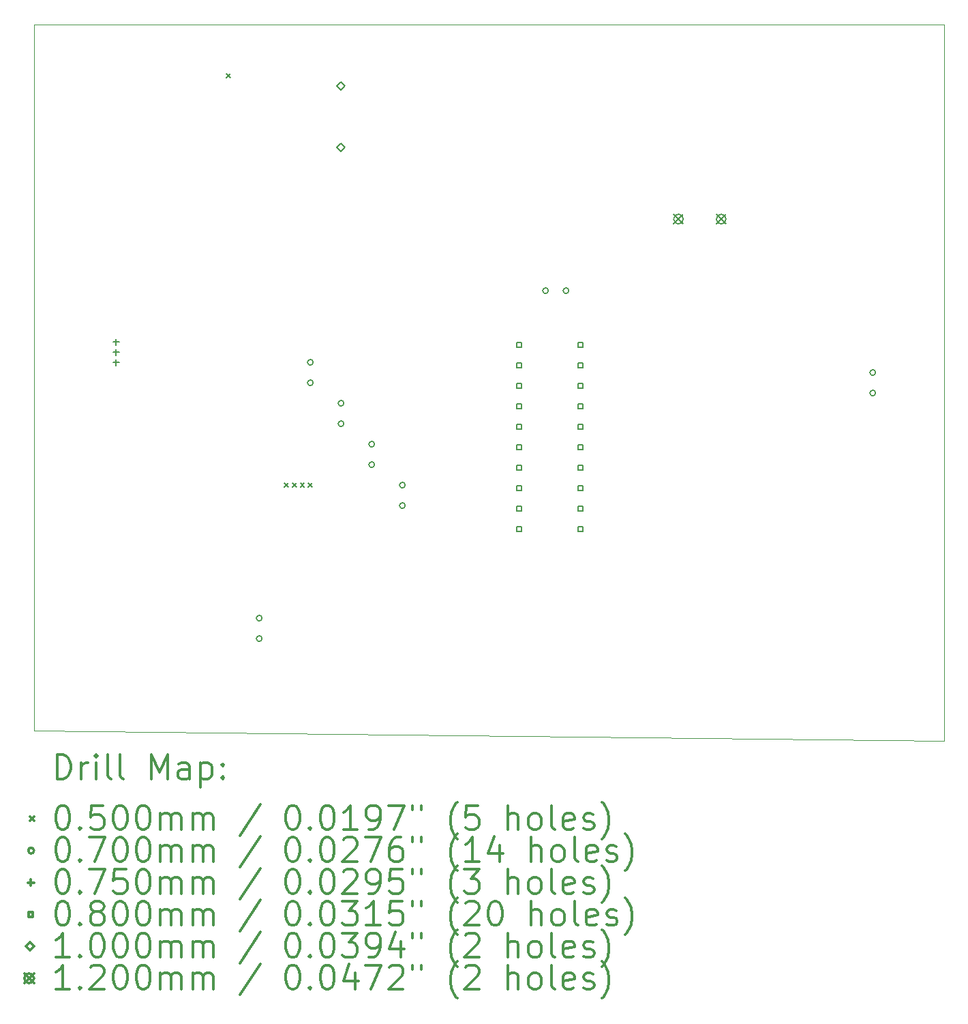
<source format=gbr>
%FSLAX45Y45*%
G04 Gerber Fmt 4.5, Leading zero omitted, Abs format (unit mm)*
G04 Created by KiCad (PCBNEW (5.1.12)-1) date 2022-11-24 20:44:00*
%MOMM*%
%LPD*%
G01*
G04 APERTURE LIST*
%TA.AperFunction,Profile*%
%ADD10C,0.100000*%
%TD*%
%ADD11C,0.200000*%
%ADD12C,0.300000*%
G04 APERTURE END LIST*
D10*
X17780000Y-2540000D02*
X17780000Y-11430000D01*
X6477000Y-2540000D02*
X17780000Y-2540000D01*
X6477000Y-11303000D02*
X6477000Y-2540000D01*
X17780000Y-11430000D02*
X6477000Y-11303000D01*
D11*
X8865000Y-3150000D02*
X8915000Y-3200000D01*
X8915000Y-3150000D02*
X8865000Y-3200000D01*
X9581000Y-8230000D02*
X9631000Y-8280000D01*
X9631000Y-8230000D02*
X9581000Y-8280000D01*
X9681000Y-8230000D02*
X9731000Y-8280000D01*
X9731000Y-8230000D02*
X9681000Y-8280000D01*
X9781000Y-8230000D02*
X9831000Y-8280000D01*
X9831000Y-8230000D02*
X9781000Y-8280000D01*
X9881000Y-8230000D02*
X9931000Y-8280000D01*
X9931000Y-8230000D02*
X9881000Y-8280000D01*
X9306000Y-9906000D02*
G75*
G03*
X9306000Y-9906000I-35000J0D01*
G01*
X9306000Y-10160000D02*
G75*
G03*
X9306000Y-10160000I-35000J0D01*
G01*
X9941000Y-6731000D02*
G75*
G03*
X9941000Y-6731000I-35000J0D01*
G01*
X9941000Y-6985000D02*
G75*
G03*
X9941000Y-6985000I-35000J0D01*
G01*
X10322000Y-7239000D02*
G75*
G03*
X10322000Y-7239000I-35000J0D01*
G01*
X10322000Y-7493000D02*
G75*
G03*
X10322000Y-7493000I-35000J0D01*
G01*
X10703000Y-7747000D02*
G75*
G03*
X10703000Y-7747000I-35000J0D01*
G01*
X10703000Y-8001000D02*
G75*
G03*
X10703000Y-8001000I-35000J0D01*
G01*
X11084000Y-8255000D02*
G75*
G03*
X11084000Y-8255000I-35000J0D01*
G01*
X11084000Y-8509000D02*
G75*
G03*
X11084000Y-8509000I-35000J0D01*
G01*
X12862000Y-5842000D02*
G75*
G03*
X12862000Y-5842000I-35000J0D01*
G01*
X13116000Y-5842000D02*
G75*
G03*
X13116000Y-5842000I-35000J0D01*
G01*
X16926000Y-6858000D02*
G75*
G03*
X16926000Y-6858000I-35000J0D01*
G01*
X16926000Y-7112000D02*
G75*
G03*
X16926000Y-7112000I-35000J0D01*
G01*
X7493000Y-6439500D02*
X7493000Y-6514500D01*
X7455500Y-6477000D02*
X7530500Y-6477000D01*
X7493000Y-6566500D02*
X7493000Y-6641500D01*
X7455500Y-6604000D02*
X7530500Y-6604000D01*
X7493000Y-6693500D02*
X7493000Y-6768500D01*
X7455500Y-6731000D02*
X7530500Y-6731000D01*
X12524284Y-6543284D02*
X12524284Y-6486715D01*
X12467715Y-6486715D01*
X12467715Y-6543284D01*
X12524284Y-6543284D01*
X12524284Y-6797284D02*
X12524284Y-6740715D01*
X12467715Y-6740715D01*
X12467715Y-6797284D01*
X12524284Y-6797284D01*
X12524284Y-7051284D02*
X12524284Y-6994715D01*
X12467715Y-6994715D01*
X12467715Y-7051284D01*
X12524284Y-7051284D01*
X12524284Y-7305284D02*
X12524284Y-7248715D01*
X12467715Y-7248715D01*
X12467715Y-7305284D01*
X12524284Y-7305284D01*
X12524284Y-7559284D02*
X12524284Y-7502715D01*
X12467715Y-7502715D01*
X12467715Y-7559284D01*
X12524284Y-7559284D01*
X12524284Y-7813284D02*
X12524284Y-7756715D01*
X12467715Y-7756715D01*
X12467715Y-7813284D01*
X12524284Y-7813284D01*
X12524284Y-8067284D02*
X12524284Y-8010715D01*
X12467715Y-8010715D01*
X12467715Y-8067284D01*
X12524284Y-8067284D01*
X12524284Y-8321284D02*
X12524284Y-8264715D01*
X12467715Y-8264715D01*
X12467715Y-8321284D01*
X12524284Y-8321284D01*
X12524284Y-8575285D02*
X12524284Y-8518716D01*
X12467715Y-8518716D01*
X12467715Y-8575285D01*
X12524284Y-8575285D01*
X12524284Y-8829285D02*
X12524284Y-8772716D01*
X12467715Y-8772716D01*
X12467715Y-8829285D01*
X12524284Y-8829285D01*
X13286284Y-6543284D02*
X13286284Y-6486715D01*
X13229715Y-6486715D01*
X13229715Y-6543284D01*
X13286284Y-6543284D01*
X13286284Y-6797284D02*
X13286284Y-6740715D01*
X13229715Y-6740715D01*
X13229715Y-6797284D01*
X13286284Y-6797284D01*
X13286284Y-7051284D02*
X13286284Y-6994715D01*
X13229715Y-6994715D01*
X13229715Y-7051284D01*
X13286284Y-7051284D01*
X13286284Y-7305284D02*
X13286284Y-7248715D01*
X13229715Y-7248715D01*
X13229715Y-7305284D01*
X13286284Y-7305284D01*
X13286284Y-7559284D02*
X13286284Y-7502715D01*
X13229715Y-7502715D01*
X13229715Y-7559284D01*
X13286284Y-7559284D01*
X13286284Y-7813284D02*
X13286284Y-7756715D01*
X13229715Y-7756715D01*
X13229715Y-7813284D01*
X13286284Y-7813284D01*
X13286284Y-8067284D02*
X13286284Y-8010715D01*
X13229715Y-8010715D01*
X13229715Y-8067284D01*
X13286284Y-8067284D01*
X13286284Y-8321284D02*
X13286284Y-8264715D01*
X13229715Y-8264715D01*
X13229715Y-8321284D01*
X13286284Y-8321284D01*
X13286284Y-8575285D02*
X13286284Y-8518716D01*
X13229715Y-8518716D01*
X13229715Y-8575285D01*
X13286284Y-8575285D01*
X13286284Y-8829285D02*
X13286284Y-8772716D01*
X13229715Y-8772716D01*
X13229715Y-8829285D01*
X13286284Y-8829285D01*
X10287000Y-3352000D02*
X10337000Y-3302000D01*
X10287000Y-3252000D01*
X10237000Y-3302000D01*
X10287000Y-3352000D01*
X10287000Y-4112000D02*
X10337000Y-4062000D01*
X10287000Y-4012000D01*
X10237000Y-4062000D01*
X10287000Y-4112000D01*
X14418000Y-4893000D02*
X14538000Y-5013000D01*
X14538000Y-4893000D02*
X14418000Y-5013000D01*
X14538000Y-4953000D02*
G75*
G03*
X14538000Y-4953000I-60000J0D01*
G01*
X14948000Y-4893000D02*
X15068000Y-5013000D01*
X15068000Y-4893000D02*
X14948000Y-5013000D01*
X15068000Y-4953000D02*
G75*
G03*
X15068000Y-4953000I-60000J0D01*
G01*
D12*
X6758428Y-11900714D02*
X6758428Y-11600714D01*
X6829857Y-11600714D01*
X6872714Y-11615000D01*
X6901286Y-11643571D01*
X6915571Y-11672143D01*
X6929857Y-11729286D01*
X6929857Y-11772143D01*
X6915571Y-11829286D01*
X6901286Y-11857857D01*
X6872714Y-11886429D01*
X6829857Y-11900714D01*
X6758428Y-11900714D01*
X7058428Y-11900714D02*
X7058428Y-11700714D01*
X7058428Y-11757857D02*
X7072714Y-11729286D01*
X7087000Y-11715000D01*
X7115571Y-11700714D01*
X7144143Y-11700714D01*
X7244143Y-11900714D02*
X7244143Y-11700714D01*
X7244143Y-11600714D02*
X7229857Y-11615000D01*
X7244143Y-11629286D01*
X7258428Y-11615000D01*
X7244143Y-11600714D01*
X7244143Y-11629286D01*
X7429857Y-11900714D02*
X7401286Y-11886429D01*
X7387000Y-11857857D01*
X7387000Y-11600714D01*
X7587000Y-11900714D02*
X7558428Y-11886429D01*
X7544143Y-11857857D01*
X7544143Y-11600714D01*
X7929857Y-11900714D02*
X7929857Y-11600714D01*
X8029857Y-11815000D01*
X8129857Y-11600714D01*
X8129857Y-11900714D01*
X8401286Y-11900714D02*
X8401286Y-11743571D01*
X8387000Y-11715000D01*
X8358428Y-11700714D01*
X8301286Y-11700714D01*
X8272714Y-11715000D01*
X8401286Y-11886429D02*
X8372714Y-11900714D01*
X8301286Y-11900714D01*
X8272714Y-11886429D01*
X8258428Y-11857857D01*
X8258428Y-11829286D01*
X8272714Y-11800714D01*
X8301286Y-11786429D01*
X8372714Y-11786429D01*
X8401286Y-11772143D01*
X8544143Y-11700714D02*
X8544143Y-12000714D01*
X8544143Y-11715000D02*
X8572714Y-11700714D01*
X8629857Y-11700714D01*
X8658428Y-11715000D01*
X8672714Y-11729286D01*
X8687000Y-11757857D01*
X8687000Y-11843571D01*
X8672714Y-11872143D01*
X8658428Y-11886429D01*
X8629857Y-11900714D01*
X8572714Y-11900714D01*
X8544143Y-11886429D01*
X8815571Y-11872143D02*
X8829857Y-11886429D01*
X8815571Y-11900714D01*
X8801286Y-11886429D01*
X8815571Y-11872143D01*
X8815571Y-11900714D01*
X8815571Y-11715000D02*
X8829857Y-11729286D01*
X8815571Y-11743571D01*
X8801286Y-11729286D01*
X8815571Y-11715000D01*
X8815571Y-11743571D01*
X6422000Y-12370000D02*
X6472000Y-12420000D01*
X6472000Y-12370000D02*
X6422000Y-12420000D01*
X6815571Y-12230714D02*
X6844143Y-12230714D01*
X6872714Y-12245000D01*
X6887000Y-12259286D01*
X6901286Y-12287857D01*
X6915571Y-12345000D01*
X6915571Y-12416429D01*
X6901286Y-12473571D01*
X6887000Y-12502143D01*
X6872714Y-12516429D01*
X6844143Y-12530714D01*
X6815571Y-12530714D01*
X6787000Y-12516429D01*
X6772714Y-12502143D01*
X6758428Y-12473571D01*
X6744143Y-12416429D01*
X6744143Y-12345000D01*
X6758428Y-12287857D01*
X6772714Y-12259286D01*
X6787000Y-12245000D01*
X6815571Y-12230714D01*
X7044143Y-12502143D02*
X7058428Y-12516429D01*
X7044143Y-12530714D01*
X7029857Y-12516429D01*
X7044143Y-12502143D01*
X7044143Y-12530714D01*
X7329857Y-12230714D02*
X7187000Y-12230714D01*
X7172714Y-12373571D01*
X7187000Y-12359286D01*
X7215571Y-12345000D01*
X7287000Y-12345000D01*
X7315571Y-12359286D01*
X7329857Y-12373571D01*
X7344143Y-12402143D01*
X7344143Y-12473571D01*
X7329857Y-12502143D01*
X7315571Y-12516429D01*
X7287000Y-12530714D01*
X7215571Y-12530714D01*
X7187000Y-12516429D01*
X7172714Y-12502143D01*
X7529857Y-12230714D02*
X7558428Y-12230714D01*
X7587000Y-12245000D01*
X7601286Y-12259286D01*
X7615571Y-12287857D01*
X7629857Y-12345000D01*
X7629857Y-12416429D01*
X7615571Y-12473571D01*
X7601286Y-12502143D01*
X7587000Y-12516429D01*
X7558428Y-12530714D01*
X7529857Y-12530714D01*
X7501286Y-12516429D01*
X7487000Y-12502143D01*
X7472714Y-12473571D01*
X7458428Y-12416429D01*
X7458428Y-12345000D01*
X7472714Y-12287857D01*
X7487000Y-12259286D01*
X7501286Y-12245000D01*
X7529857Y-12230714D01*
X7815571Y-12230714D02*
X7844143Y-12230714D01*
X7872714Y-12245000D01*
X7887000Y-12259286D01*
X7901286Y-12287857D01*
X7915571Y-12345000D01*
X7915571Y-12416429D01*
X7901286Y-12473571D01*
X7887000Y-12502143D01*
X7872714Y-12516429D01*
X7844143Y-12530714D01*
X7815571Y-12530714D01*
X7787000Y-12516429D01*
X7772714Y-12502143D01*
X7758428Y-12473571D01*
X7744143Y-12416429D01*
X7744143Y-12345000D01*
X7758428Y-12287857D01*
X7772714Y-12259286D01*
X7787000Y-12245000D01*
X7815571Y-12230714D01*
X8044143Y-12530714D02*
X8044143Y-12330714D01*
X8044143Y-12359286D02*
X8058428Y-12345000D01*
X8087000Y-12330714D01*
X8129857Y-12330714D01*
X8158428Y-12345000D01*
X8172714Y-12373571D01*
X8172714Y-12530714D01*
X8172714Y-12373571D02*
X8187000Y-12345000D01*
X8215571Y-12330714D01*
X8258428Y-12330714D01*
X8287000Y-12345000D01*
X8301286Y-12373571D01*
X8301286Y-12530714D01*
X8444143Y-12530714D02*
X8444143Y-12330714D01*
X8444143Y-12359286D02*
X8458428Y-12345000D01*
X8487000Y-12330714D01*
X8529857Y-12330714D01*
X8558428Y-12345000D01*
X8572714Y-12373571D01*
X8572714Y-12530714D01*
X8572714Y-12373571D02*
X8587000Y-12345000D01*
X8615571Y-12330714D01*
X8658428Y-12330714D01*
X8687000Y-12345000D01*
X8701286Y-12373571D01*
X8701286Y-12530714D01*
X9287000Y-12216429D02*
X9029857Y-12602143D01*
X9672714Y-12230714D02*
X9701286Y-12230714D01*
X9729857Y-12245000D01*
X9744143Y-12259286D01*
X9758428Y-12287857D01*
X9772714Y-12345000D01*
X9772714Y-12416429D01*
X9758428Y-12473571D01*
X9744143Y-12502143D01*
X9729857Y-12516429D01*
X9701286Y-12530714D01*
X9672714Y-12530714D01*
X9644143Y-12516429D01*
X9629857Y-12502143D01*
X9615571Y-12473571D01*
X9601286Y-12416429D01*
X9601286Y-12345000D01*
X9615571Y-12287857D01*
X9629857Y-12259286D01*
X9644143Y-12245000D01*
X9672714Y-12230714D01*
X9901286Y-12502143D02*
X9915571Y-12516429D01*
X9901286Y-12530714D01*
X9887000Y-12516429D01*
X9901286Y-12502143D01*
X9901286Y-12530714D01*
X10101286Y-12230714D02*
X10129857Y-12230714D01*
X10158428Y-12245000D01*
X10172714Y-12259286D01*
X10187000Y-12287857D01*
X10201286Y-12345000D01*
X10201286Y-12416429D01*
X10187000Y-12473571D01*
X10172714Y-12502143D01*
X10158428Y-12516429D01*
X10129857Y-12530714D01*
X10101286Y-12530714D01*
X10072714Y-12516429D01*
X10058428Y-12502143D01*
X10044143Y-12473571D01*
X10029857Y-12416429D01*
X10029857Y-12345000D01*
X10044143Y-12287857D01*
X10058428Y-12259286D01*
X10072714Y-12245000D01*
X10101286Y-12230714D01*
X10487000Y-12530714D02*
X10315571Y-12530714D01*
X10401286Y-12530714D02*
X10401286Y-12230714D01*
X10372714Y-12273571D01*
X10344143Y-12302143D01*
X10315571Y-12316429D01*
X10629857Y-12530714D02*
X10687000Y-12530714D01*
X10715571Y-12516429D01*
X10729857Y-12502143D01*
X10758428Y-12459286D01*
X10772714Y-12402143D01*
X10772714Y-12287857D01*
X10758428Y-12259286D01*
X10744143Y-12245000D01*
X10715571Y-12230714D01*
X10658428Y-12230714D01*
X10629857Y-12245000D01*
X10615571Y-12259286D01*
X10601286Y-12287857D01*
X10601286Y-12359286D01*
X10615571Y-12387857D01*
X10629857Y-12402143D01*
X10658428Y-12416429D01*
X10715571Y-12416429D01*
X10744143Y-12402143D01*
X10758428Y-12387857D01*
X10772714Y-12359286D01*
X10872714Y-12230714D02*
X11072714Y-12230714D01*
X10944143Y-12530714D01*
X11172714Y-12230714D02*
X11172714Y-12287857D01*
X11287000Y-12230714D02*
X11287000Y-12287857D01*
X11729857Y-12645000D02*
X11715571Y-12630714D01*
X11687000Y-12587857D01*
X11672714Y-12559286D01*
X11658428Y-12516429D01*
X11644143Y-12445000D01*
X11644143Y-12387857D01*
X11658428Y-12316429D01*
X11672714Y-12273571D01*
X11687000Y-12245000D01*
X11715571Y-12202143D01*
X11729857Y-12187857D01*
X11987000Y-12230714D02*
X11844143Y-12230714D01*
X11829857Y-12373571D01*
X11844143Y-12359286D01*
X11872714Y-12345000D01*
X11944143Y-12345000D01*
X11972714Y-12359286D01*
X11987000Y-12373571D01*
X12001286Y-12402143D01*
X12001286Y-12473571D01*
X11987000Y-12502143D01*
X11972714Y-12516429D01*
X11944143Y-12530714D01*
X11872714Y-12530714D01*
X11844143Y-12516429D01*
X11829857Y-12502143D01*
X12358428Y-12530714D02*
X12358428Y-12230714D01*
X12487000Y-12530714D02*
X12487000Y-12373571D01*
X12472714Y-12345000D01*
X12444143Y-12330714D01*
X12401286Y-12330714D01*
X12372714Y-12345000D01*
X12358428Y-12359286D01*
X12672714Y-12530714D02*
X12644143Y-12516429D01*
X12629857Y-12502143D01*
X12615571Y-12473571D01*
X12615571Y-12387857D01*
X12629857Y-12359286D01*
X12644143Y-12345000D01*
X12672714Y-12330714D01*
X12715571Y-12330714D01*
X12744143Y-12345000D01*
X12758428Y-12359286D01*
X12772714Y-12387857D01*
X12772714Y-12473571D01*
X12758428Y-12502143D01*
X12744143Y-12516429D01*
X12715571Y-12530714D01*
X12672714Y-12530714D01*
X12944143Y-12530714D02*
X12915571Y-12516429D01*
X12901286Y-12487857D01*
X12901286Y-12230714D01*
X13172714Y-12516429D02*
X13144143Y-12530714D01*
X13087000Y-12530714D01*
X13058428Y-12516429D01*
X13044143Y-12487857D01*
X13044143Y-12373571D01*
X13058428Y-12345000D01*
X13087000Y-12330714D01*
X13144143Y-12330714D01*
X13172714Y-12345000D01*
X13187000Y-12373571D01*
X13187000Y-12402143D01*
X13044143Y-12430714D01*
X13301286Y-12516429D02*
X13329857Y-12530714D01*
X13387000Y-12530714D01*
X13415571Y-12516429D01*
X13429857Y-12487857D01*
X13429857Y-12473571D01*
X13415571Y-12445000D01*
X13387000Y-12430714D01*
X13344143Y-12430714D01*
X13315571Y-12416429D01*
X13301286Y-12387857D01*
X13301286Y-12373571D01*
X13315571Y-12345000D01*
X13344143Y-12330714D01*
X13387000Y-12330714D01*
X13415571Y-12345000D01*
X13529857Y-12645000D02*
X13544143Y-12630714D01*
X13572714Y-12587857D01*
X13587000Y-12559286D01*
X13601286Y-12516429D01*
X13615571Y-12445000D01*
X13615571Y-12387857D01*
X13601286Y-12316429D01*
X13587000Y-12273571D01*
X13572714Y-12245000D01*
X13544143Y-12202143D01*
X13529857Y-12187857D01*
X6472000Y-12791000D02*
G75*
G03*
X6472000Y-12791000I-35000J0D01*
G01*
X6815571Y-12626714D02*
X6844143Y-12626714D01*
X6872714Y-12641000D01*
X6887000Y-12655286D01*
X6901286Y-12683857D01*
X6915571Y-12741000D01*
X6915571Y-12812429D01*
X6901286Y-12869571D01*
X6887000Y-12898143D01*
X6872714Y-12912429D01*
X6844143Y-12926714D01*
X6815571Y-12926714D01*
X6787000Y-12912429D01*
X6772714Y-12898143D01*
X6758428Y-12869571D01*
X6744143Y-12812429D01*
X6744143Y-12741000D01*
X6758428Y-12683857D01*
X6772714Y-12655286D01*
X6787000Y-12641000D01*
X6815571Y-12626714D01*
X7044143Y-12898143D02*
X7058428Y-12912429D01*
X7044143Y-12926714D01*
X7029857Y-12912429D01*
X7044143Y-12898143D01*
X7044143Y-12926714D01*
X7158428Y-12626714D02*
X7358428Y-12626714D01*
X7229857Y-12926714D01*
X7529857Y-12626714D02*
X7558428Y-12626714D01*
X7587000Y-12641000D01*
X7601286Y-12655286D01*
X7615571Y-12683857D01*
X7629857Y-12741000D01*
X7629857Y-12812429D01*
X7615571Y-12869571D01*
X7601286Y-12898143D01*
X7587000Y-12912429D01*
X7558428Y-12926714D01*
X7529857Y-12926714D01*
X7501286Y-12912429D01*
X7487000Y-12898143D01*
X7472714Y-12869571D01*
X7458428Y-12812429D01*
X7458428Y-12741000D01*
X7472714Y-12683857D01*
X7487000Y-12655286D01*
X7501286Y-12641000D01*
X7529857Y-12626714D01*
X7815571Y-12626714D02*
X7844143Y-12626714D01*
X7872714Y-12641000D01*
X7887000Y-12655286D01*
X7901286Y-12683857D01*
X7915571Y-12741000D01*
X7915571Y-12812429D01*
X7901286Y-12869571D01*
X7887000Y-12898143D01*
X7872714Y-12912429D01*
X7844143Y-12926714D01*
X7815571Y-12926714D01*
X7787000Y-12912429D01*
X7772714Y-12898143D01*
X7758428Y-12869571D01*
X7744143Y-12812429D01*
X7744143Y-12741000D01*
X7758428Y-12683857D01*
X7772714Y-12655286D01*
X7787000Y-12641000D01*
X7815571Y-12626714D01*
X8044143Y-12926714D02*
X8044143Y-12726714D01*
X8044143Y-12755286D02*
X8058428Y-12741000D01*
X8087000Y-12726714D01*
X8129857Y-12726714D01*
X8158428Y-12741000D01*
X8172714Y-12769571D01*
X8172714Y-12926714D01*
X8172714Y-12769571D02*
X8187000Y-12741000D01*
X8215571Y-12726714D01*
X8258428Y-12726714D01*
X8287000Y-12741000D01*
X8301286Y-12769571D01*
X8301286Y-12926714D01*
X8444143Y-12926714D02*
X8444143Y-12726714D01*
X8444143Y-12755286D02*
X8458428Y-12741000D01*
X8487000Y-12726714D01*
X8529857Y-12726714D01*
X8558428Y-12741000D01*
X8572714Y-12769571D01*
X8572714Y-12926714D01*
X8572714Y-12769571D02*
X8587000Y-12741000D01*
X8615571Y-12726714D01*
X8658428Y-12726714D01*
X8687000Y-12741000D01*
X8701286Y-12769571D01*
X8701286Y-12926714D01*
X9287000Y-12612429D02*
X9029857Y-12998143D01*
X9672714Y-12626714D02*
X9701286Y-12626714D01*
X9729857Y-12641000D01*
X9744143Y-12655286D01*
X9758428Y-12683857D01*
X9772714Y-12741000D01*
X9772714Y-12812429D01*
X9758428Y-12869571D01*
X9744143Y-12898143D01*
X9729857Y-12912429D01*
X9701286Y-12926714D01*
X9672714Y-12926714D01*
X9644143Y-12912429D01*
X9629857Y-12898143D01*
X9615571Y-12869571D01*
X9601286Y-12812429D01*
X9601286Y-12741000D01*
X9615571Y-12683857D01*
X9629857Y-12655286D01*
X9644143Y-12641000D01*
X9672714Y-12626714D01*
X9901286Y-12898143D02*
X9915571Y-12912429D01*
X9901286Y-12926714D01*
X9887000Y-12912429D01*
X9901286Y-12898143D01*
X9901286Y-12926714D01*
X10101286Y-12626714D02*
X10129857Y-12626714D01*
X10158428Y-12641000D01*
X10172714Y-12655286D01*
X10187000Y-12683857D01*
X10201286Y-12741000D01*
X10201286Y-12812429D01*
X10187000Y-12869571D01*
X10172714Y-12898143D01*
X10158428Y-12912429D01*
X10129857Y-12926714D01*
X10101286Y-12926714D01*
X10072714Y-12912429D01*
X10058428Y-12898143D01*
X10044143Y-12869571D01*
X10029857Y-12812429D01*
X10029857Y-12741000D01*
X10044143Y-12683857D01*
X10058428Y-12655286D01*
X10072714Y-12641000D01*
X10101286Y-12626714D01*
X10315571Y-12655286D02*
X10329857Y-12641000D01*
X10358428Y-12626714D01*
X10429857Y-12626714D01*
X10458428Y-12641000D01*
X10472714Y-12655286D01*
X10487000Y-12683857D01*
X10487000Y-12712429D01*
X10472714Y-12755286D01*
X10301286Y-12926714D01*
X10487000Y-12926714D01*
X10587000Y-12626714D02*
X10787000Y-12626714D01*
X10658428Y-12926714D01*
X11029857Y-12626714D02*
X10972714Y-12626714D01*
X10944143Y-12641000D01*
X10929857Y-12655286D01*
X10901286Y-12698143D01*
X10887000Y-12755286D01*
X10887000Y-12869571D01*
X10901286Y-12898143D01*
X10915571Y-12912429D01*
X10944143Y-12926714D01*
X11001286Y-12926714D01*
X11029857Y-12912429D01*
X11044143Y-12898143D01*
X11058428Y-12869571D01*
X11058428Y-12798143D01*
X11044143Y-12769571D01*
X11029857Y-12755286D01*
X11001286Y-12741000D01*
X10944143Y-12741000D01*
X10915571Y-12755286D01*
X10901286Y-12769571D01*
X10887000Y-12798143D01*
X11172714Y-12626714D02*
X11172714Y-12683857D01*
X11287000Y-12626714D02*
X11287000Y-12683857D01*
X11729857Y-13041000D02*
X11715571Y-13026714D01*
X11687000Y-12983857D01*
X11672714Y-12955286D01*
X11658428Y-12912429D01*
X11644143Y-12841000D01*
X11644143Y-12783857D01*
X11658428Y-12712429D01*
X11672714Y-12669571D01*
X11687000Y-12641000D01*
X11715571Y-12598143D01*
X11729857Y-12583857D01*
X12001286Y-12926714D02*
X11829857Y-12926714D01*
X11915571Y-12926714D02*
X11915571Y-12626714D01*
X11887000Y-12669571D01*
X11858428Y-12698143D01*
X11829857Y-12712429D01*
X12258428Y-12726714D02*
X12258428Y-12926714D01*
X12187000Y-12612429D02*
X12115571Y-12826714D01*
X12301286Y-12826714D01*
X12644143Y-12926714D02*
X12644143Y-12626714D01*
X12772714Y-12926714D02*
X12772714Y-12769571D01*
X12758428Y-12741000D01*
X12729857Y-12726714D01*
X12687000Y-12726714D01*
X12658428Y-12741000D01*
X12644143Y-12755286D01*
X12958428Y-12926714D02*
X12929857Y-12912429D01*
X12915571Y-12898143D01*
X12901286Y-12869571D01*
X12901286Y-12783857D01*
X12915571Y-12755286D01*
X12929857Y-12741000D01*
X12958428Y-12726714D01*
X13001286Y-12726714D01*
X13029857Y-12741000D01*
X13044143Y-12755286D01*
X13058428Y-12783857D01*
X13058428Y-12869571D01*
X13044143Y-12898143D01*
X13029857Y-12912429D01*
X13001286Y-12926714D01*
X12958428Y-12926714D01*
X13229857Y-12926714D02*
X13201286Y-12912429D01*
X13187000Y-12883857D01*
X13187000Y-12626714D01*
X13458428Y-12912429D02*
X13429857Y-12926714D01*
X13372714Y-12926714D01*
X13344143Y-12912429D01*
X13329857Y-12883857D01*
X13329857Y-12769571D01*
X13344143Y-12741000D01*
X13372714Y-12726714D01*
X13429857Y-12726714D01*
X13458428Y-12741000D01*
X13472714Y-12769571D01*
X13472714Y-12798143D01*
X13329857Y-12826714D01*
X13587000Y-12912429D02*
X13615571Y-12926714D01*
X13672714Y-12926714D01*
X13701286Y-12912429D01*
X13715571Y-12883857D01*
X13715571Y-12869571D01*
X13701286Y-12841000D01*
X13672714Y-12826714D01*
X13629857Y-12826714D01*
X13601286Y-12812429D01*
X13587000Y-12783857D01*
X13587000Y-12769571D01*
X13601286Y-12741000D01*
X13629857Y-12726714D01*
X13672714Y-12726714D01*
X13701286Y-12741000D01*
X13815571Y-13041000D02*
X13829857Y-13026714D01*
X13858428Y-12983857D01*
X13872714Y-12955286D01*
X13887000Y-12912429D01*
X13901286Y-12841000D01*
X13901286Y-12783857D01*
X13887000Y-12712429D01*
X13872714Y-12669571D01*
X13858428Y-12641000D01*
X13829857Y-12598143D01*
X13815571Y-12583857D01*
X6434500Y-13149500D02*
X6434500Y-13224500D01*
X6397000Y-13187000D02*
X6472000Y-13187000D01*
X6815571Y-13022714D02*
X6844143Y-13022714D01*
X6872714Y-13037000D01*
X6887000Y-13051286D01*
X6901286Y-13079857D01*
X6915571Y-13137000D01*
X6915571Y-13208429D01*
X6901286Y-13265571D01*
X6887000Y-13294143D01*
X6872714Y-13308429D01*
X6844143Y-13322714D01*
X6815571Y-13322714D01*
X6787000Y-13308429D01*
X6772714Y-13294143D01*
X6758428Y-13265571D01*
X6744143Y-13208429D01*
X6744143Y-13137000D01*
X6758428Y-13079857D01*
X6772714Y-13051286D01*
X6787000Y-13037000D01*
X6815571Y-13022714D01*
X7044143Y-13294143D02*
X7058428Y-13308429D01*
X7044143Y-13322714D01*
X7029857Y-13308429D01*
X7044143Y-13294143D01*
X7044143Y-13322714D01*
X7158428Y-13022714D02*
X7358428Y-13022714D01*
X7229857Y-13322714D01*
X7615571Y-13022714D02*
X7472714Y-13022714D01*
X7458428Y-13165571D01*
X7472714Y-13151286D01*
X7501286Y-13137000D01*
X7572714Y-13137000D01*
X7601286Y-13151286D01*
X7615571Y-13165571D01*
X7629857Y-13194143D01*
X7629857Y-13265571D01*
X7615571Y-13294143D01*
X7601286Y-13308429D01*
X7572714Y-13322714D01*
X7501286Y-13322714D01*
X7472714Y-13308429D01*
X7458428Y-13294143D01*
X7815571Y-13022714D02*
X7844143Y-13022714D01*
X7872714Y-13037000D01*
X7887000Y-13051286D01*
X7901286Y-13079857D01*
X7915571Y-13137000D01*
X7915571Y-13208429D01*
X7901286Y-13265571D01*
X7887000Y-13294143D01*
X7872714Y-13308429D01*
X7844143Y-13322714D01*
X7815571Y-13322714D01*
X7787000Y-13308429D01*
X7772714Y-13294143D01*
X7758428Y-13265571D01*
X7744143Y-13208429D01*
X7744143Y-13137000D01*
X7758428Y-13079857D01*
X7772714Y-13051286D01*
X7787000Y-13037000D01*
X7815571Y-13022714D01*
X8044143Y-13322714D02*
X8044143Y-13122714D01*
X8044143Y-13151286D02*
X8058428Y-13137000D01*
X8087000Y-13122714D01*
X8129857Y-13122714D01*
X8158428Y-13137000D01*
X8172714Y-13165571D01*
X8172714Y-13322714D01*
X8172714Y-13165571D02*
X8187000Y-13137000D01*
X8215571Y-13122714D01*
X8258428Y-13122714D01*
X8287000Y-13137000D01*
X8301286Y-13165571D01*
X8301286Y-13322714D01*
X8444143Y-13322714D02*
X8444143Y-13122714D01*
X8444143Y-13151286D02*
X8458428Y-13137000D01*
X8487000Y-13122714D01*
X8529857Y-13122714D01*
X8558428Y-13137000D01*
X8572714Y-13165571D01*
X8572714Y-13322714D01*
X8572714Y-13165571D02*
X8587000Y-13137000D01*
X8615571Y-13122714D01*
X8658428Y-13122714D01*
X8687000Y-13137000D01*
X8701286Y-13165571D01*
X8701286Y-13322714D01*
X9287000Y-13008429D02*
X9029857Y-13394143D01*
X9672714Y-13022714D02*
X9701286Y-13022714D01*
X9729857Y-13037000D01*
X9744143Y-13051286D01*
X9758428Y-13079857D01*
X9772714Y-13137000D01*
X9772714Y-13208429D01*
X9758428Y-13265571D01*
X9744143Y-13294143D01*
X9729857Y-13308429D01*
X9701286Y-13322714D01*
X9672714Y-13322714D01*
X9644143Y-13308429D01*
X9629857Y-13294143D01*
X9615571Y-13265571D01*
X9601286Y-13208429D01*
X9601286Y-13137000D01*
X9615571Y-13079857D01*
X9629857Y-13051286D01*
X9644143Y-13037000D01*
X9672714Y-13022714D01*
X9901286Y-13294143D02*
X9915571Y-13308429D01*
X9901286Y-13322714D01*
X9887000Y-13308429D01*
X9901286Y-13294143D01*
X9901286Y-13322714D01*
X10101286Y-13022714D02*
X10129857Y-13022714D01*
X10158428Y-13037000D01*
X10172714Y-13051286D01*
X10187000Y-13079857D01*
X10201286Y-13137000D01*
X10201286Y-13208429D01*
X10187000Y-13265571D01*
X10172714Y-13294143D01*
X10158428Y-13308429D01*
X10129857Y-13322714D01*
X10101286Y-13322714D01*
X10072714Y-13308429D01*
X10058428Y-13294143D01*
X10044143Y-13265571D01*
X10029857Y-13208429D01*
X10029857Y-13137000D01*
X10044143Y-13079857D01*
X10058428Y-13051286D01*
X10072714Y-13037000D01*
X10101286Y-13022714D01*
X10315571Y-13051286D02*
X10329857Y-13037000D01*
X10358428Y-13022714D01*
X10429857Y-13022714D01*
X10458428Y-13037000D01*
X10472714Y-13051286D01*
X10487000Y-13079857D01*
X10487000Y-13108429D01*
X10472714Y-13151286D01*
X10301286Y-13322714D01*
X10487000Y-13322714D01*
X10629857Y-13322714D02*
X10687000Y-13322714D01*
X10715571Y-13308429D01*
X10729857Y-13294143D01*
X10758428Y-13251286D01*
X10772714Y-13194143D01*
X10772714Y-13079857D01*
X10758428Y-13051286D01*
X10744143Y-13037000D01*
X10715571Y-13022714D01*
X10658428Y-13022714D01*
X10629857Y-13037000D01*
X10615571Y-13051286D01*
X10601286Y-13079857D01*
X10601286Y-13151286D01*
X10615571Y-13179857D01*
X10629857Y-13194143D01*
X10658428Y-13208429D01*
X10715571Y-13208429D01*
X10744143Y-13194143D01*
X10758428Y-13179857D01*
X10772714Y-13151286D01*
X11044143Y-13022714D02*
X10901286Y-13022714D01*
X10887000Y-13165571D01*
X10901286Y-13151286D01*
X10929857Y-13137000D01*
X11001286Y-13137000D01*
X11029857Y-13151286D01*
X11044143Y-13165571D01*
X11058428Y-13194143D01*
X11058428Y-13265571D01*
X11044143Y-13294143D01*
X11029857Y-13308429D01*
X11001286Y-13322714D01*
X10929857Y-13322714D01*
X10901286Y-13308429D01*
X10887000Y-13294143D01*
X11172714Y-13022714D02*
X11172714Y-13079857D01*
X11287000Y-13022714D02*
X11287000Y-13079857D01*
X11729857Y-13437000D02*
X11715571Y-13422714D01*
X11687000Y-13379857D01*
X11672714Y-13351286D01*
X11658428Y-13308429D01*
X11644143Y-13237000D01*
X11644143Y-13179857D01*
X11658428Y-13108429D01*
X11672714Y-13065571D01*
X11687000Y-13037000D01*
X11715571Y-12994143D01*
X11729857Y-12979857D01*
X11815571Y-13022714D02*
X12001286Y-13022714D01*
X11901286Y-13137000D01*
X11944143Y-13137000D01*
X11972714Y-13151286D01*
X11987000Y-13165571D01*
X12001286Y-13194143D01*
X12001286Y-13265571D01*
X11987000Y-13294143D01*
X11972714Y-13308429D01*
X11944143Y-13322714D01*
X11858428Y-13322714D01*
X11829857Y-13308429D01*
X11815571Y-13294143D01*
X12358428Y-13322714D02*
X12358428Y-13022714D01*
X12487000Y-13322714D02*
X12487000Y-13165571D01*
X12472714Y-13137000D01*
X12444143Y-13122714D01*
X12401286Y-13122714D01*
X12372714Y-13137000D01*
X12358428Y-13151286D01*
X12672714Y-13322714D02*
X12644143Y-13308429D01*
X12629857Y-13294143D01*
X12615571Y-13265571D01*
X12615571Y-13179857D01*
X12629857Y-13151286D01*
X12644143Y-13137000D01*
X12672714Y-13122714D01*
X12715571Y-13122714D01*
X12744143Y-13137000D01*
X12758428Y-13151286D01*
X12772714Y-13179857D01*
X12772714Y-13265571D01*
X12758428Y-13294143D01*
X12744143Y-13308429D01*
X12715571Y-13322714D01*
X12672714Y-13322714D01*
X12944143Y-13322714D02*
X12915571Y-13308429D01*
X12901286Y-13279857D01*
X12901286Y-13022714D01*
X13172714Y-13308429D02*
X13144143Y-13322714D01*
X13087000Y-13322714D01*
X13058428Y-13308429D01*
X13044143Y-13279857D01*
X13044143Y-13165571D01*
X13058428Y-13137000D01*
X13087000Y-13122714D01*
X13144143Y-13122714D01*
X13172714Y-13137000D01*
X13187000Y-13165571D01*
X13187000Y-13194143D01*
X13044143Y-13222714D01*
X13301286Y-13308429D02*
X13329857Y-13322714D01*
X13387000Y-13322714D01*
X13415571Y-13308429D01*
X13429857Y-13279857D01*
X13429857Y-13265571D01*
X13415571Y-13237000D01*
X13387000Y-13222714D01*
X13344143Y-13222714D01*
X13315571Y-13208429D01*
X13301286Y-13179857D01*
X13301286Y-13165571D01*
X13315571Y-13137000D01*
X13344143Y-13122714D01*
X13387000Y-13122714D01*
X13415571Y-13137000D01*
X13529857Y-13437000D02*
X13544143Y-13422714D01*
X13572714Y-13379857D01*
X13587000Y-13351286D01*
X13601286Y-13308429D01*
X13615571Y-13237000D01*
X13615571Y-13179857D01*
X13601286Y-13108429D01*
X13587000Y-13065571D01*
X13572714Y-13037000D01*
X13544143Y-12994143D01*
X13529857Y-12979857D01*
X6460284Y-13611285D02*
X6460284Y-13554716D01*
X6403715Y-13554716D01*
X6403715Y-13611285D01*
X6460284Y-13611285D01*
X6815571Y-13418714D02*
X6844143Y-13418714D01*
X6872714Y-13433000D01*
X6887000Y-13447286D01*
X6901286Y-13475857D01*
X6915571Y-13533000D01*
X6915571Y-13604429D01*
X6901286Y-13661571D01*
X6887000Y-13690143D01*
X6872714Y-13704429D01*
X6844143Y-13718714D01*
X6815571Y-13718714D01*
X6787000Y-13704429D01*
X6772714Y-13690143D01*
X6758428Y-13661571D01*
X6744143Y-13604429D01*
X6744143Y-13533000D01*
X6758428Y-13475857D01*
X6772714Y-13447286D01*
X6787000Y-13433000D01*
X6815571Y-13418714D01*
X7044143Y-13690143D02*
X7058428Y-13704429D01*
X7044143Y-13718714D01*
X7029857Y-13704429D01*
X7044143Y-13690143D01*
X7044143Y-13718714D01*
X7229857Y-13547286D02*
X7201286Y-13533000D01*
X7187000Y-13518714D01*
X7172714Y-13490143D01*
X7172714Y-13475857D01*
X7187000Y-13447286D01*
X7201286Y-13433000D01*
X7229857Y-13418714D01*
X7287000Y-13418714D01*
X7315571Y-13433000D01*
X7329857Y-13447286D01*
X7344143Y-13475857D01*
X7344143Y-13490143D01*
X7329857Y-13518714D01*
X7315571Y-13533000D01*
X7287000Y-13547286D01*
X7229857Y-13547286D01*
X7201286Y-13561571D01*
X7187000Y-13575857D01*
X7172714Y-13604429D01*
X7172714Y-13661571D01*
X7187000Y-13690143D01*
X7201286Y-13704429D01*
X7229857Y-13718714D01*
X7287000Y-13718714D01*
X7315571Y-13704429D01*
X7329857Y-13690143D01*
X7344143Y-13661571D01*
X7344143Y-13604429D01*
X7329857Y-13575857D01*
X7315571Y-13561571D01*
X7287000Y-13547286D01*
X7529857Y-13418714D02*
X7558428Y-13418714D01*
X7587000Y-13433000D01*
X7601286Y-13447286D01*
X7615571Y-13475857D01*
X7629857Y-13533000D01*
X7629857Y-13604429D01*
X7615571Y-13661571D01*
X7601286Y-13690143D01*
X7587000Y-13704429D01*
X7558428Y-13718714D01*
X7529857Y-13718714D01*
X7501286Y-13704429D01*
X7487000Y-13690143D01*
X7472714Y-13661571D01*
X7458428Y-13604429D01*
X7458428Y-13533000D01*
X7472714Y-13475857D01*
X7487000Y-13447286D01*
X7501286Y-13433000D01*
X7529857Y-13418714D01*
X7815571Y-13418714D02*
X7844143Y-13418714D01*
X7872714Y-13433000D01*
X7887000Y-13447286D01*
X7901286Y-13475857D01*
X7915571Y-13533000D01*
X7915571Y-13604429D01*
X7901286Y-13661571D01*
X7887000Y-13690143D01*
X7872714Y-13704429D01*
X7844143Y-13718714D01*
X7815571Y-13718714D01*
X7787000Y-13704429D01*
X7772714Y-13690143D01*
X7758428Y-13661571D01*
X7744143Y-13604429D01*
X7744143Y-13533000D01*
X7758428Y-13475857D01*
X7772714Y-13447286D01*
X7787000Y-13433000D01*
X7815571Y-13418714D01*
X8044143Y-13718714D02*
X8044143Y-13518714D01*
X8044143Y-13547286D02*
X8058428Y-13533000D01*
X8087000Y-13518714D01*
X8129857Y-13518714D01*
X8158428Y-13533000D01*
X8172714Y-13561571D01*
X8172714Y-13718714D01*
X8172714Y-13561571D02*
X8187000Y-13533000D01*
X8215571Y-13518714D01*
X8258428Y-13518714D01*
X8287000Y-13533000D01*
X8301286Y-13561571D01*
X8301286Y-13718714D01*
X8444143Y-13718714D02*
X8444143Y-13518714D01*
X8444143Y-13547286D02*
X8458428Y-13533000D01*
X8487000Y-13518714D01*
X8529857Y-13518714D01*
X8558428Y-13533000D01*
X8572714Y-13561571D01*
X8572714Y-13718714D01*
X8572714Y-13561571D02*
X8587000Y-13533000D01*
X8615571Y-13518714D01*
X8658428Y-13518714D01*
X8687000Y-13533000D01*
X8701286Y-13561571D01*
X8701286Y-13718714D01*
X9287000Y-13404429D02*
X9029857Y-13790143D01*
X9672714Y-13418714D02*
X9701286Y-13418714D01*
X9729857Y-13433000D01*
X9744143Y-13447286D01*
X9758428Y-13475857D01*
X9772714Y-13533000D01*
X9772714Y-13604429D01*
X9758428Y-13661571D01*
X9744143Y-13690143D01*
X9729857Y-13704429D01*
X9701286Y-13718714D01*
X9672714Y-13718714D01*
X9644143Y-13704429D01*
X9629857Y-13690143D01*
X9615571Y-13661571D01*
X9601286Y-13604429D01*
X9601286Y-13533000D01*
X9615571Y-13475857D01*
X9629857Y-13447286D01*
X9644143Y-13433000D01*
X9672714Y-13418714D01*
X9901286Y-13690143D02*
X9915571Y-13704429D01*
X9901286Y-13718714D01*
X9887000Y-13704429D01*
X9901286Y-13690143D01*
X9901286Y-13718714D01*
X10101286Y-13418714D02*
X10129857Y-13418714D01*
X10158428Y-13433000D01*
X10172714Y-13447286D01*
X10187000Y-13475857D01*
X10201286Y-13533000D01*
X10201286Y-13604429D01*
X10187000Y-13661571D01*
X10172714Y-13690143D01*
X10158428Y-13704429D01*
X10129857Y-13718714D01*
X10101286Y-13718714D01*
X10072714Y-13704429D01*
X10058428Y-13690143D01*
X10044143Y-13661571D01*
X10029857Y-13604429D01*
X10029857Y-13533000D01*
X10044143Y-13475857D01*
X10058428Y-13447286D01*
X10072714Y-13433000D01*
X10101286Y-13418714D01*
X10301286Y-13418714D02*
X10487000Y-13418714D01*
X10387000Y-13533000D01*
X10429857Y-13533000D01*
X10458428Y-13547286D01*
X10472714Y-13561571D01*
X10487000Y-13590143D01*
X10487000Y-13661571D01*
X10472714Y-13690143D01*
X10458428Y-13704429D01*
X10429857Y-13718714D01*
X10344143Y-13718714D01*
X10315571Y-13704429D01*
X10301286Y-13690143D01*
X10772714Y-13718714D02*
X10601286Y-13718714D01*
X10687000Y-13718714D02*
X10687000Y-13418714D01*
X10658428Y-13461571D01*
X10629857Y-13490143D01*
X10601286Y-13504429D01*
X11044143Y-13418714D02*
X10901286Y-13418714D01*
X10887000Y-13561571D01*
X10901286Y-13547286D01*
X10929857Y-13533000D01*
X11001286Y-13533000D01*
X11029857Y-13547286D01*
X11044143Y-13561571D01*
X11058428Y-13590143D01*
X11058428Y-13661571D01*
X11044143Y-13690143D01*
X11029857Y-13704429D01*
X11001286Y-13718714D01*
X10929857Y-13718714D01*
X10901286Y-13704429D01*
X10887000Y-13690143D01*
X11172714Y-13418714D02*
X11172714Y-13475857D01*
X11287000Y-13418714D02*
X11287000Y-13475857D01*
X11729857Y-13833000D02*
X11715571Y-13818714D01*
X11687000Y-13775857D01*
X11672714Y-13747286D01*
X11658428Y-13704429D01*
X11644143Y-13633000D01*
X11644143Y-13575857D01*
X11658428Y-13504429D01*
X11672714Y-13461571D01*
X11687000Y-13433000D01*
X11715571Y-13390143D01*
X11729857Y-13375857D01*
X11829857Y-13447286D02*
X11844143Y-13433000D01*
X11872714Y-13418714D01*
X11944143Y-13418714D01*
X11972714Y-13433000D01*
X11987000Y-13447286D01*
X12001286Y-13475857D01*
X12001286Y-13504429D01*
X11987000Y-13547286D01*
X11815571Y-13718714D01*
X12001286Y-13718714D01*
X12187000Y-13418714D02*
X12215571Y-13418714D01*
X12244143Y-13433000D01*
X12258428Y-13447286D01*
X12272714Y-13475857D01*
X12287000Y-13533000D01*
X12287000Y-13604429D01*
X12272714Y-13661571D01*
X12258428Y-13690143D01*
X12244143Y-13704429D01*
X12215571Y-13718714D01*
X12187000Y-13718714D01*
X12158428Y-13704429D01*
X12144143Y-13690143D01*
X12129857Y-13661571D01*
X12115571Y-13604429D01*
X12115571Y-13533000D01*
X12129857Y-13475857D01*
X12144143Y-13447286D01*
X12158428Y-13433000D01*
X12187000Y-13418714D01*
X12644143Y-13718714D02*
X12644143Y-13418714D01*
X12772714Y-13718714D02*
X12772714Y-13561571D01*
X12758428Y-13533000D01*
X12729857Y-13518714D01*
X12687000Y-13518714D01*
X12658428Y-13533000D01*
X12644143Y-13547286D01*
X12958428Y-13718714D02*
X12929857Y-13704429D01*
X12915571Y-13690143D01*
X12901286Y-13661571D01*
X12901286Y-13575857D01*
X12915571Y-13547286D01*
X12929857Y-13533000D01*
X12958428Y-13518714D01*
X13001286Y-13518714D01*
X13029857Y-13533000D01*
X13044143Y-13547286D01*
X13058428Y-13575857D01*
X13058428Y-13661571D01*
X13044143Y-13690143D01*
X13029857Y-13704429D01*
X13001286Y-13718714D01*
X12958428Y-13718714D01*
X13229857Y-13718714D02*
X13201286Y-13704429D01*
X13187000Y-13675857D01*
X13187000Y-13418714D01*
X13458428Y-13704429D02*
X13429857Y-13718714D01*
X13372714Y-13718714D01*
X13344143Y-13704429D01*
X13329857Y-13675857D01*
X13329857Y-13561571D01*
X13344143Y-13533000D01*
X13372714Y-13518714D01*
X13429857Y-13518714D01*
X13458428Y-13533000D01*
X13472714Y-13561571D01*
X13472714Y-13590143D01*
X13329857Y-13618714D01*
X13587000Y-13704429D02*
X13615571Y-13718714D01*
X13672714Y-13718714D01*
X13701286Y-13704429D01*
X13715571Y-13675857D01*
X13715571Y-13661571D01*
X13701286Y-13633000D01*
X13672714Y-13618714D01*
X13629857Y-13618714D01*
X13601286Y-13604429D01*
X13587000Y-13575857D01*
X13587000Y-13561571D01*
X13601286Y-13533000D01*
X13629857Y-13518714D01*
X13672714Y-13518714D01*
X13701286Y-13533000D01*
X13815571Y-13833000D02*
X13829857Y-13818714D01*
X13858428Y-13775857D01*
X13872714Y-13747286D01*
X13887000Y-13704429D01*
X13901286Y-13633000D01*
X13901286Y-13575857D01*
X13887000Y-13504429D01*
X13872714Y-13461571D01*
X13858428Y-13433000D01*
X13829857Y-13390143D01*
X13815571Y-13375857D01*
X6422000Y-14029000D02*
X6472000Y-13979000D01*
X6422000Y-13929000D01*
X6372000Y-13979000D01*
X6422000Y-14029000D01*
X6915571Y-14114714D02*
X6744143Y-14114714D01*
X6829857Y-14114714D02*
X6829857Y-13814714D01*
X6801286Y-13857571D01*
X6772714Y-13886143D01*
X6744143Y-13900429D01*
X7044143Y-14086143D02*
X7058428Y-14100429D01*
X7044143Y-14114714D01*
X7029857Y-14100429D01*
X7044143Y-14086143D01*
X7044143Y-14114714D01*
X7244143Y-13814714D02*
X7272714Y-13814714D01*
X7301286Y-13829000D01*
X7315571Y-13843286D01*
X7329857Y-13871857D01*
X7344143Y-13929000D01*
X7344143Y-14000429D01*
X7329857Y-14057571D01*
X7315571Y-14086143D01*
X7301286Y-14100429D01*
X7272714Y-14114714D01*
X7244143Y-14114714D01*
X7215571Y-14100429D01*
X7201286Y-14086143D01*
X7187000Y-14057571D01*
X7172714Y-14000429D01*
X7172714Y-13929000D01*
X7187000Y-13871857D01*
X7201286Y-13843286D01*
X7215571Y-13829000D01*
X7244143Y-13814714D01*
X7529857Y-13814714D02*
X7558428Y-13814714D01*
X7587000Y-13829000D01*
X7601286Y-13843286D01*
X7615571Y-13871857D01*
X7629857Y-13929000D01*
X7629857Y-14000429D01*
X7615571Y-14057571D01*
X7601286Y-14086143D01*
X7587000Y-14100429D01*
X7558428Y-14114714D01*
X7529857Y-14114714D01*
X7501286Y-14100429D01*
X7487000Y-14086143D01*
X7472714Y-14057571D01*
X7458428Y-14000429D01*
X7458428Y-13929000D01*
X7472714Y-13871857D01*
X7487000Y-13843286D01*
X7501286Y-13829000D01*
X7529857Y-13814714D01*
X7815571Y-13814714D02*
X7844143Y-13814714D01*
X7872714Y-13829000D01*
X7887000Y-13843286D01*
X7901286Y-13871857D01*
X7915571Y-13929000D01*
X7915571Y-14000429D01*
X7901286Y-14057571D01*
X7887000Y-14086143D01*
X7872714Y-14100429D01*
X7844143Y-14114714D01*
X7815571Y-14114714D01*
X7787000Y-14100429D01*
X7772714Y-14086143D01*
X7758428Y-14057571D01*
X7744143Y-14000429D01*
X7744143Y-13929000D01*
X7758428Y-13871857D01*
X7772714Y-13843286D01*
X7787000Y-13829000D01*
X7815571Y-13814714D01*
X8044143Y-14114714D02*
X8044143Y-13914714D01*
X8044143Y-13943286D02*
X8058428Y-13929000D01*
X8087000Y-13914714D01*
X8129857Y-13914714D01*
X8158428Y-13929000D01*
X8172714Y-13957571D01*
X8172714Y-14114714D01*
X8172714Y-13957571D02*
X8187000Y-13929000D01*
X8215571Y-13914714D01*
X8258428Y-13914714D01*
X8287000Y-13929000D01*
X8301286Y-13957571D01*
X8301286Y-14114714D01*
X8444143Y-14114714D02*
X8444143Y-13914714D01*
X8444143Y-13943286D02*
X8458428Y-13929000D01*
X8487000Y-13914714D01*
X8529857Y-13914714D01*
X8558428Y-13929000D01*
X8572714Y-13957571D01*
X8572714Y-14114714D01*
X8572714Y-13957571D02*
X8587000Y-13929000D01*
X8615571Y-13914714D01*
X8658428Y-13914714D01*
X8687000Y-13929000D01*
X8701286Y-13957571D01*
X8701286Y-14114714D01*
X9287000Y-13800429D02*
X9029857Y-14186143D01*
X9672714Y-13814714D02*
X9701286Y-13814714D01*
X9729857Y-13829000D01*
X9744143Y-13843286D01*
X9758428Y-13871857D01*
X9772714Y-13929000D01*
X9772714Y-14000429D01*
X9758428Y-14057571D01*
X9744143Y-14086143D01*
X9729857Y-14100429D01*
X9701286Y-14114714D01*
X9672714Y-14114714D01*
X9644143Y-14100429D01*
X9629857Y-14086143D01*
X9615571Y-14057571D01*
X9601286Y-14000429D01*
X9601286Y-13929000D01*
X9615571Y-13871857D01*
X9629857Y-13843286D01*
X9644143Y-13829000D01*
X9672714Y-13814714D01*
X9901286Y-14086143D02*
X9915571Y-14100429D01*
X9901286Y-14114714D01*
X9887000Y-14100429D01*
X9901286Y-14086143D01*
X9901286Y-14114714D01*
X10101286Y-13814714D02*
X10129857Y-13814714D01*
X10158428Y-13829000D01*
X10172714Y-13843286D01*
X10187000Y-13871857D01*
X10201286Y-13929000D01*
X10201286Y-14000429D01*
X10187000Y-14057571D01*
X10172714Y-14086143D01*
X10158428Y-14100429D01*
X10129857Y-14114714D01*
X10101286Y-14114714D01*
X10072714Y-14100429D01*
X10058428Y-14086143D01*
X10044143Y-14057571D01*
X10029857Y-14000429D01*
X10029857Y-13929000D01*
X10044143Y-13871857D01*
X10058428Y-13843286D01*
X10072714Y-13829000D01*
X10101286Y-13814714D01*
X10301286Y-13814714D02*
X10487000Y-13814714D01*
X10387000Y-13929000D01*
X10429857Y-13929000D01*
X10458428Y-13943286D01*
X10472714Y-13957571D01*
X10487000Y-13986143D01*
X10487000Y-14057571D01*
X10472714Y-14086143D01*
X10458428Y-14100429D01*
X10429857Y-14114714D01*
X10344143Y-14114714D01*
X10315571Y-14100429D01*
X10301286Y-14086143D01*
X10629857Y-14114714D02*
X10687000Y-14114714D01*
X10715571Y-14100429D01*
X10729857Y-14086143D01*
X10758428Y-14043286D01*
X10772714Y-13986143D01*
X10772714Y-13871857D01*
X10758428Y-13843286D01*
X10744143Y-13829000D01*
X10715571Y-13814714D01*
X10658428Y-13814714D01*
X10629857Y-13829000D01*
X10615571Y-13843286D01*
X10601286Y-13871857D01*
X10601286Y-13943286D01*
X10615571Y-13971857D01*
X10629857Y-13986143D01*
X10658428Y-14000429D01*
X10715571Y-14000429D01*
X10744143Y-13986143D01*
X10758428Y-13971857D01*
X10772714Y-13943286D01*
X11029857Y-13914714D02*
X11029857Y-14114714D01*
X10958428Y-13800429D02*
X10887000Y-14014714D01*
X11072714Y-14014714D01*
X11172714Y-13814714D02*
X11172714Y-13871857D01*
X11287000Y-13814714D02*
X11287000Y-13871857D01*
X11729857Y-14229000D02*
X11715571Y-14214714D01*
X11687000Y-14171857D01*
X11672714Y-14143286D01*
X11658428Y-14100429D01*
X11644143Y-14029000D01*
X11644143Y-13971857D01*
X11658428Y-13900429D01*
X11672714Y-13857571D01*
X11687000Y-13829000D01*
X11715571Y-13786143D01*
X11729857Y-13771857D01*
X11829857Y-13843286D02*
X11844143Y-13829000D01*
X11872714Y-13814714D01*
X11944143Y-13814714D01*
X11972714Y-13829000D01*
X11987000Y-13843286D01*
X12001286Y-13871857D01*
X12001286Y-13900429D01*
X11987000Y-13943286D01*
X11815571Y-14114714D01*
X12001286Y-14114714D01*
X12358428Y-14114714D02*
X12358428Y-13814714D01*
X12487000Y-14114714D02*
X12487000Y-13957571D01*
X12472714Y-13929000D01*
X12444143Y-13914714D01*
X12401286Y-13914714D01*
X12372714Y-13929000D01*
X12358428Y-13943286D01*
X12672714Y-14114714D02*
X12644143Y-14100429D01*
X12629857Y-14086143D01*
X12615571Y-14057571D01*
X12615571Y-13971857D01*
X12629857Y-13943286D01*
X12644143Y-13929000D01*
X12672714Y-13914714D01*
X12715571Y-13914714D01*
X12744143Y-13929000D01*
X12758428Y-13943286D01*
X12772714Y-13971857D01*
X12772714Y-14057571D01*
X12758428Y-14086143D01*
X12744143Y-14100429D01*
X12715571Y-14114714D01*
X12672714Y-14114714D01*
X12944143Y-14114714D02*
X12915571Y-14100429D01*
X12901286Y-14071857D01*
X12901286Y-13814714D01*
X13172714Y-14100429D02*
X13144143Y-14114714D01*
X13087000Y-14114714D01*
X13058428Y-14100429D01*
X13044143Y-14071857D01*
X13044143Y-13957571D01*
X13058428Y-13929000D01*
X13087000Y-13914714D01*
X13144143Y-13914714D01*
X13172714Y-13929000D01*
X13187000Y-13957571D01*
X13187000Y-13986143D01*
X13044143Y-14014714D01*
X13301286Y-14100429D02*
X13329857Y-14114714D01*
X13387000Y-14114714D01*
X13415571Y-14100429D01*
X13429857Y-14071857D01*
X13429857Y-14057571D01*
X13415571Y-14029000D01*
X13387000Y-14014714D01*
X13344143Y-14014714D01*
X13315571Y-14000429D01*
X13301286Y-13971857D01*
X13301286Y-13957571D01*
X13315571Y-13929000D01*
X13344143Y-13914714D01*
X13387000Y-13914714D01*
X13415571Y-13929000D01*
X13529857Y-14229000D02*
X13544143Y-14214714D01*
X13572714Y-14171857D01*
X13587000Y-14143286D01*
X13601286Y-14100429D01*
X13615571Y-14029000D01*
X13615571Y-13971857D01*
X13601286Y-13900429D01*
X13587000Y-13857571D01*
X13572714Y-13829000D01*
X13544143Y-13786143D01*
X13529857Y-13771857D01*
X6352000Y-14315000D02*
X6472000Y-14435000D01*
X6472000Y-14315000D02*
X6352000Y-14435000D01*
X6472000Y-14375000D02*
G75*
G03*
X6472000Y-14375000I-60000J0D01*
G01*
X6915571Y-14510714D02*
X6744143Y-14510714D01*
X6829857Y-14510714D02*
X6829857Y-14210714D01*
X6801286Y-14253571D01*
X6772714Y-14282143D01*
X6744143Y-14296429D01*
X7044143Y-14482143D02*
X7058428Y-14496429D01*
X7044143Y-14510714D01*
X7029857Y-14496429D01*
X7044143Y-14482143D01*
X7044143Y-14510714D01*
X7172714Y-14239286D02*
X7187000Y-14225000D01*
X7215571Y-14210714D01*
X7287000Y-14210714D01*
X7315571Y-14225000D01*
X7329857Y-14239286D01*
X7344143Y-14267857D01*
X7344143Y-14296429D01*
X7329857Y-14339286D01*
X7158428Y-14510714D01*
X7344143Y-14510714D01*
X7529857Y-14210714D02*
X7558428Y-14210714D01*
X7587000Y-14225000D01*
X7601286Y-14239286D01*
X7615571Y-14267857D01*
X7629857Y-14325000D01*
X7629857Y-14396429D01*
X7615571Y-14453571D01*
X7601286Y-14482143D01*
X7587000Y-14496429D01*
X7558428Y-14510714D01*
X7529857Y-14510714D01*
X7501286Y-14496429D01*
X7487000Y-14482143D01*
X7472714Y-14453571D01*
X7458428Y-14396429D01*
X7458428Y-14325000D01*
X7472714Y-14267857D01*
X7487000Y-14239286D01*
X7501286Y-14225000D01*
X7529857Y-14210714D01*
X7815571Y-14210714D02*
X7844143Y-14210714D01*
X7872714Y-14225000D01*
X7887000Y-14239286D01*
X7901286Y-14267857D01*
X7915571Y-14325000D01*
X7915571Y-14396429D01*
X7901286Y-14453571D01*
X7887000Y-14482143D01*
X7872714Y-14496429D01*
X7844143Y-14510714D01*
X7815571Y-14510714D01*
X7787000Y-14496429D01*
X7772714Y-14482143D01*
X7758428Y-14453571D01*
X7744143Y-14396429D01*
X7744143Y-14325000D01*
X7758428Y-14267857D01*
X7772714Y-14239286D01*
X7787000Y-14225000D01*
X7815571Y-14210714D01*
X8044143Y-14510714D02*
X8044143Y-14310714D01*
X8044143Y-14339286D02*
X8058428Y-14325000D01*
X8087000Y-14310714D01*
X8129857Y-14310714D01*
X8158428Y-14325000D01*
X8172714Y-14353571D01*
X8172714Y-14510714D01*
X8172714Y-14353571D02*
X8187000Y-14325000D01*
X8215571Y-14310714D01*
X8258428Y-14310714D01*
X8287000Y-14325000D01*
X8301286Y-14353571D01*
X8301286Y-14510714D01*
X8444143Y-14510714D02*
X8444143Y-14310714D01*
X8444143Y-14339286D02*
X8458428Y-14325000D01*
X8487000Y-14310714D01*
X8529857Y-14310714D01*
X8558428Y-14325000D01*
X8572714Y-14353571D01*
X8572714Y-14510714D01*
X8572714Y-14353571D02*
X8587000Y-14325000D01*
X8615571Y-14310714D01*
X8658428Y-14310714D01*
X8687000Y-14325000D01*
X8701286Y-14353571D01*
X8701286Y-14510714D01*
X9287000Y-14196429D02*
X9029857Y-14582143D01*
X9672714Y-14210714D02*
X9701286Y-14210714D01*
X9729857Y-14225000D01*
X9744143Y-14239286D01*
X9758428Y-14267857D01*
X9772714Y-14325000D01*
X9772714Y-14396429D01*
X9758428Y-14453571D01*
X9744143Y-14482143D01*
X9729857Y-14496429D01*
X9701286Y-14510714D01*
X9672714Y-14510714D01*
X9644143Y-14496429D01*
X9629857Y-14482143D01*
X9615571Y-14453571D01*
X9601286Y-14396429D01*
X9601286Y-14325000D01*
X9615571Y-14267857D01*
X9629857Y-14239286D01*
X9644143Y-14225000D01*
X9672714Y-14210714D01*
X9901286Y-14482143D02*
X9915571Y-14496429D01*
X9901286Y-14510714D01*
X9887000Y-14496429D01*
X9901286Y-14482143D01*
X9901286Y-14510714D01*
X10101286Y-14210714D02*
X10129857Y-14210714D01*
X10158428Y-14225000D01*
X10172714Y-14239286D01*
X10187000Y-14267857D01*
X10201286Y-14325000D01*
X10201286Y-14396429D01*
X10187000Y-14453571D01*
X10172714Y-14482143D01*
X10158428Y-14496429D01*
X10129857Y-14510714D01*
X10101286Y-14510714D01*
X10072714Y-14496429D01*
X10058428Y-14482143D01*
X10044143Y-14453571D01*
X10029857Y-14396429D01*
X10029857Y-14325000D01*
X10044143Y-14267857D01*
X10058428Y-14239286D01*
X10072714Y-14225000D01*
X10101286Y-14210714D01*
X10458428Y-14310714D02*
X10458428Y-14510714D01*
X10387000Y-14196429D02*
X10315571Y-14410714D01*
X10501286Y-14410714D01*
X10587000Y-14210714D02*
X10787000Y-14210714D01*
X10658428Y-14510714D01*
X10887000Y-14239286D02*
X10901286Y-14225000D01*
X10929857Y-14210714D01*
X11001286Y-14210714D01*
X11029857Y-14225000D01*
X11044143Y-14239286D01*
X11058428Y-14267857D01*
X11058428Y-14296429D01*
X11044143Y-14339286D01*
X10872714Y-14510714D01*
X11058428Y-14510714D01*
X11172714Y-14210714D02*
X11172714Y-14267857D01*
X11287000Y-14210714D02*
X11287000Y-14267857D01*
X11729857Y-14625000D02*
X11715571Y-14610714D01*
X11687000Y-14567857D01*
X11672714Y-14539286D01*
X11658428Y-14496429D01*
X11644143Y-14425000D01*
X11644143Y-14367857D01*
X11658428Y-14296429D01*
X11672714Y-14253571D01*
X11687000Y-14225000D01*
X11715571Y-14182143D01*
X11729857Y-14167857D01*
X11829857Y-14239286D02*
X11844143Y-14225000D01*
X11872714Y-14210714D01*
X11944143Y-14210714D01*
X11972714Y-14225000D01*
X11987000Y-14239286D01*
X12001286Y-14267857D01*
X12001286Y-14296429D01*
X11987000Y-14339286D01*
X11815571Y-14510714D01*
X12001286Y-14510714D01*
X12358428Y-14510714D02*
X12358428Y-14210714D01*
X12487000Y-14510714D02*
X12487000Y-14353571D01*
X12472714Y-14325000D01*
X12444143Y-14310714D01*
X12401286Y-14310714D01*
X12372714Y-14325000D01*
X12358428Y-14339286D01*
X12672714Y-14510714D02*
X12644143Y-14496429D01*
X12629857Y-14482143D01*
X12615571Y-14453571D01*
X12615571Y-14367857D01*
X12629857Y-14339286D01*
X12644143Y-14325000D01*
X12672714Y-14310714D01*
X12715571Y-14310714D01*
X12744143Y-14325000D01*
X12758428Y-14339286D01*
X12772714Y-14367857D01*
X12772714Y-14453571D01*
X12758428Y-14482143D01*
X12744143Y-14496429D01*
X12715571Y-14510714D01*
X12672714Y-14510714D01*
X12944143Y-14510714D02*
X12915571Y-14496429D01*
X12901286Y-14467857D01*
X12901286Y-14210714D01*
X13172714Y-14496429D02*
X13144143Y-14510714D01*
X13087000Y-14510714D01*
X13058428Y-14496429D01*
X13044143Y-14467857D01*
X13044143Y-14353571D01*
X13058428Y-14325000D01*
X13087000Y-14310714D01*
X13144143Y-14310714D01*
X13172714Y-14325000D01*
X13187000Y-14353571D01*
X13187000Y-14382143D01*
X13044143Y-14410714D01*
X13301286Y-14496429D02*
X13329857Y-14510714D01*
X13387000Y-14510714D01*
X13415571Y-14496429D01*
X13429857Y-14467857D01*
X13429857Y-14453571D01*
X13415571Y-14425000D01*
X13387000Y-14410714D01*
X13344143Y-14410714D01*
X13315571Y-14396429D01*
X13301286Y-14367857D01*
X13301286Y-14353571D01*
X13315571Y-14325000D01*
X13344143Y-14310714D01*
X13387000Y-14310714D01*
X13415571Y-14325000D01*
X13529857Y-14625000D02*
X13544143Y-14610714D01*
X13572714Y-14567857D01*
X13587000Y-14539286D01*
X13601286Y-14496429D01*
X13615571Y-14425000D01*
X13615571Y-14367857D01*
X13601286Y-14296429D01*
X13587000Y-14253571D01*
X13572714Y-14225000D01*
X13544143Y-14182143D01*
X13529857Y-14167857D01*
M02*

</source>
